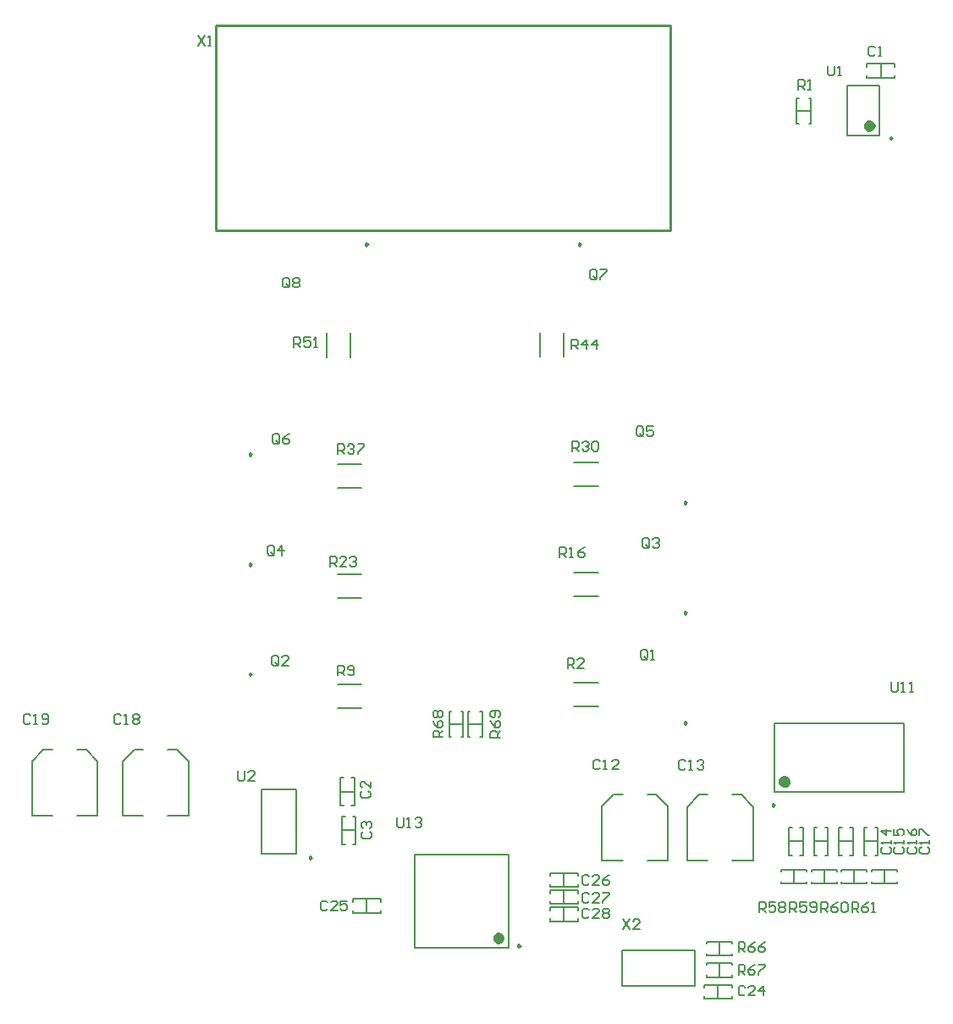
<source format=gto>
%FSLAX23Y23*%
%MOIN*%
%SFA1B1*%

%IPPOS*%
%ADD10C,0.009840*%
%ADD11C,0.023620*%
%ADD12C,0.007870*%
%ADD13C,0.005910*%
%ADD14C,0.010000*%
%LNrev1_0-1*%
%LPD*%
G54D10*
X3256Y826D02*
X3248Y830D01*
Y822*
X3256Y826*
X1194Y1773D02*
X1187Y1777D01*
Y1769*
X1194Y1773*
Y1340D02*
X1187Y1344D01*
Y1336*
X1194Y1340*
X2909Y1150D02*
X2902Y1154D01*
Y1145*
X2909Y1150*
Y1583D02*
X2902Y1587D01*
Y1578*
X2909Y1583*
Y2016D02*
X2902Y2020D01*
Y2012*
X2909Y2016*
X2491Y3033D02*
X2484Y3037D01*
Y3029*
X2491Y3033*
X1194Y2206D02*
X1187Y2210D01*
Y2202*
X1194Y2206*
X1653Y3033D02*
X1645Y3037D01*
Y3029*
X1653Y3033*
X2254Y272D02*
X2246Y276D01*
Y268*
X2254Y272*
X3717Y3451D02*
X3710Y3455D01*
Y3446*
X3717Y3451*
X1431Y619D02*
X1424Y623D01*
Y615*
X1431Y619*
G54D11*
X3305Y918D02*
X3300Y928D01*
X3290Y930*
X3282Y924*
Y913*
X3290Y907*
X3300Y909*
X3305Y918*
X2179Y303D02*
X2175Y312D01*
X2165Y314*
X2157Y308*
Y297*
X2165Y291*
X2175Y293*
X2179Y303*
X3640Y3500D02*
X3636Y3509D01*
X3626Y3512*
X3618Y3505*
Y3495*
X3626Y3489*
X3636Y3491*
X3640Y3500*
G54D12*
X3253Y879D02*
X3765D01*
X3253Y1147D02*
X3765D01*
X3253Y879D02*
Y1147D01*
X3765Y879D02*
Y1147D01*
X1533Y1640D02*
X1627D01*
X1533Y1735D02*
X1627D01*
X1533Y1207D02*
X1627D01*
X1533Y1302D02*
X1627D01*
X2575Y606D02*
Y820D01*
Y606D02*
X2657D01*
X2753D02*
X2835D01*
Y820*
X2622Y866D02*
X2657D01*
X2575Y820D02*
X2622Y866D01*
X2788D02*
X2835Y820D01*
X2753Y866D02*
X2788D01*
X2466Y1309D02*
X2561D01*
X2466Y1215D02*
X2561D01*
X2466Y1742D02*
X2561D01*
X2466Y1648D02*
X2561D01*
X2466Y2175D02*
X2561D01*
X2466Y2081D02*
X2561D01*
X2332Y2591D02*
Y2685D01*
X2426Y2591D02*
Y2685D01*
X1533Y2073D02*
X1627D01*
X1533Y2168D02*
X1627D01*
X1491Y2589D02*
Y2684D01*
X1586Y2589D02*
Y2684D01*
X508Y1045D02*
X543D01*
X589Y998*
X330D02*
X376Y1045D01*
X411*
X589Y785D02*
Y998D01*
X508Y785D02*
X589D01*
X330D02*
X411D01*
X330D02*
Y998D01*
X865Y1045D02*
X900D01*
X947Y998*
X687D02*
X734Y1045D01*
X769*
X947Y785D02*
Y998D01*
X865Y785D02*
X947D01*
X687D02*
X769D01*
X687D02*
Y998D01*
X3088Y866D02*
X3123D01*
X3170Y819*
X2910D02*
X2957Y866D01*
X2992*
X3170Y606D02*
Y819D01*
X3088Y606D02*
X3170D01*
X2910D02*
X2992D01*
X2910D02*
Y819D01*
X2940Y114D02*
Y254D01*
X2655D02*
X2940D01*
X2655Y114D02*
Y254D01*
Y114D02*
X2940D01*
X2207Y263D02*
Y631D01*
X1838Y263D02*
Y631D01*
Y263D02*
X2207D01*
X1838Y631D02*
X2207D01*
X3542Y3658D02*
X3668D01*
X3542Y3461D02*
X3668D01*
X3542D02*
Y3658D01*
X3668Y3461D02*
Y3658D01*
X1233Y633D02*
Y889D01*
X1371*
Y633D02*
Y887D01*
X1233Y633D02*
X1371D01*
X2176Y1091D02*
X2136D01*
Y1111*
X2143Y1118*
X2156*
X2163Y1111*
Y1091*
Y1104D02*
X2176Y1118D01*
X2136Y1157D02*
X2143Y1144D01*
X2156Y1131*
X2169*
X2176Y1137*
Y1150*
X2169Y1157*
X2163*
X2156Y1150*
Y1131*
X2169Y1170D02*
X2176Y1177D01*
Y1190*
X2169Y1196*
X2143*
X2136Y1190*
Y1177*
X2143Y1170*
X2150*
X2156Y1177*
Y1196*
X1949Y1093D02*
X1910D01*
Y1112*
X1916Y1119*
X1929*
X1936Y1112*
Y1093*
Y1106D02*
X1949Y1119D01*
X1910Y1158D02*
X1916Y1145D01*
X1929Y1132*
X1942*
X1949Y1139*
Y1152*
X1942Y1158*
X1936*
X1929Y1152*
Y1132*
X1916Y1171D02*
X1910Y1178D01*
Y1191*
X1916Y1198*
X1923*
X1929Y1191*
X1936Y1198*
X1942*
X1949Y1191*
Y1178*
X1942Y1171*
X1936*
X1929Y1178*
X1923Y1171*
X1916*
X1929Y1178D02*
Y1191D01*
X3650Y3806D02*
X3644Y3812D01*
X3630*
X3624Y3806*
Y3780*
X3630Y3773*
X3644*
X3650Y3780*
X3663Y3773D02*
X3676D01*
X3670*
Y3812*
X3663Y3806*
X324Y1177D02*
X317Y1184D01*
X304*
X298Y1177*
Y1151*
X304Y1145*
X317*
X324Y1151*
X337Y1145D02*
X350D01*
X343*
Y1184*
X337Y1177*
X370Y1151D02*
X376Y1145D01*
X389*
X396Y1151*
Y1177*
X389Y1184*
X376*
X370Y1177*
Y1171*
X376Y1164*
X396*
X2904Y998D02*
X2898Y1005D01*
X2885*
X2878Y998*
Y972*
X2885Y965*
X2898*
X2904Y972*
X2917Y965D02*
X2930D01*
X2924*
Y1005*
X2917Y998*
X2950D02*
X2957Y1005D01*
X2970*
X2976Y998*
Y992*
X2970Y985*
X2963*
X2970*
X2976Y979*
Y972*
X2970Y965*
X2957*
X2950Y972*
X681Y1177D02*
X674Y1184D01*
X661*
X655Y1177*
Y1151*
X661Y1145*
X674*
X681Y1151*
X694Y1145D02*
X707D01*
X700*
Y1184*
X694Y1177*
X727D02*
X733Y1184D01*
X746*
X753Y1177*
Y1171*
X746Y1164*
X753Y1158*
Y1151*
X746Y1145*
X733*
X727Y1151*
Y1158*
X733Y1164*
X727Y1171*
Y1177*
X733Y1164D02*
X746D01*
X2569Y998D02*
X2562Y1005D01*
X2549*
X2542Y998*
Y972*
X2549Y966*
X2562*
X2569Y972*
X2582Y966D02*
X2595D01*
X2588*
Y1005*
X2582Y998*
X2641Y966D02*
X2615D01*
X2641Y992*
Y998*
X2634Y1005*
X2621*
X2615Y998*
X984Y3853D02*
X1010Y3813D01*
Y3853D02*
X984Y3813D01*
X1023D02*
X1036D01*
X1030*
Y3853*
X1023Y3846*
X2658Y376D02*
X2684Y337D01*
Y376D02*
X2658Y337D01*
X2723D02*
X2697D01*
X2723Y363*
Y369*
X2717Y376*
X2703*
X2697Y369*
X1768Y777D02*
Y744D01*
X1774Y738*
X1787*
X1794Y744*
Y777*
X1807Y738D02*
X1820D01*
X1813*
Y777*
X1807Y770*
X1840D02*
X1846Y777D01*
X1859*
X1866Y770*
Y764*
X1859Y757*
X1853*
X1859*
X1866Y751*
Y744*
X1859Y738*
X1846*
X1840Y744*
X3466Y3735D02*
Y3703D01*
X3472Y3696*
X3486*
X3492Y3703*
Y3735*
X3505Y3696D02*
X3518D01*
X3512*
Y3735*
X3505Y3729*
X1142Y960D02*
Y928D01*
X1148Y921*
X1162*
X1168Y928*
Y960*
X1207Y921D02*
X1181D01*
X1207Y947*
Y954*
X1201Y960*
X1188*
X1181Y954*
X3716Y1311D02*
Y1278D01*
X3722Y1272*
X3735*
X3742Y1278*
Y1311*
X3755Y1272D02*
X3768D01*
X3762*
Y1311*
X3755Y1305*
X3788Y1272D02*
X3801D01*
X3795*
Y1311*
X3788Y1305*
X3113Y159D02*
Y199D01*
X3133*
X3139Y192*
Y179*
X3133Y172*
X3113*
X3126D02*
X3139Y159D01*
X3178Y199D02*
X3165Y192D01*
X3152Y179*
Y166*
X3159Y159*
X3172*
X3178Y166*
Y172*
X3172Y179*
X3152*
X3192Y199D02*
X3218D01*
Y192*
X3192Y166*
Y159*
X3113Y247D02*
Y286D01*
X3133*
X3139Y279*
Y266*
X3133Y260*
X3113*
X3126D02*
X3139Y247D01*
X3178Y286D02*
X3165Y279D01*
X3152Y266*
Y253*
X3159Y247*
X3172*
X3178Y253*
Y260*
X3172Y266*
X3152*
X3218Y286D02*
X3205Y279D01*
X3192Y266*
Y253*
X3198Y247*
X3211*
X3218Y253*
Y260*
X3211Y266*
X3192*
X3347Y3641D02*
Y3680D01*
X3367*
X3373Y3674*
Y3661*
X3367Y3654*
X3347*
X3360D02*
X3373Y3641D01*
X3386D02*
X3399D01*
X3393*
Y3680*
X3386Y3674*
X1362Y2627D02*
Y2666D01*
X1382*
X1389Y2659*
Y2646*
X1382Y2640*
X1362*
X1375D02*
X1389Y2627D01*
X1428Y2666D02*
X1402D01*
Y2646*
X1415Y2653*
X1421*
X1428Y2646*
Y2633*
X1421Y2627*
X1408*
X1402Y2633*
X1441Y2627D02*
X1454D01*
X1448*
Y2666*
X1441Y2659*
X2456Y2620D02*
Y2659D01*
X2476*
X2482Y2652*
Y2639*
X2476Y2633*
X2456*
X2469D02*
X2482Y2620D01*
X2515D02*
Y2659D01*
X2495Y2639*
X2521*
X2554Y2620D02*
Y2659D01*
X2535Y2639*
X2561*
X1534Y2207D02*
Y2246D01*
X1554*
X1560Y2239*
Y2226*
X1554Y2220*
X1534*
X1547D02*
X1560Y2207D01*
X1573Y2239D02*
X1580Y2246D01*
X1593*
X1599Y2239*
Y2233*
X1593Y2226*
X1586*
X1593*
X1599Y2220*
Y2213*
X1593Y2207*
X1580*
X1573Y2213*
X1613Y2246D02*
X1639D01*
Y2239*
X1613Y2213*
Y2207*
X2457Y2219D02*
Y2258D01*
X2477*
X2484Y2252*
Y2239*
X2477Y2232*
X2457*
X2470D02*
X2484Y2219D01*
X2497Y2252D02*
X2503Y2258D01*
X2516*
X2523Y2252*
Y2245*
X2516Y2239*
X2510*
X2516*
X2523Y2232*
Y2226*
X2516Y2219*
X2503*
X2497Y2226*
X2536Y2252D02*
X2543Y2258D01*
X2556*
X2562Y2252*
Y2226*
X2556Y2219*
X2543*
X2536Y2226*
Y2252*
X1503Y1765D02*
Y1804D01*
X1523*
X1530Y1797*
Y1784*
X1523Y1778*
X1503*
X1517D02*
X1530Y1765D01*
X1569D02*
X1543D01*
X1569Y1791*
Y1797*
X1562Y1804*
X1549*
X1543Y1797*
X1582D02*
X1589Y1804D01*
X1602*
X1608Y1797*
Y1791*
X1602Y1784*
X1595*
X1602*
X1608Y1778*
Y1771*
X1602Y1765*
X1589*
X1582Y1771*
X2409Y1802D02*
Y1841D01*
X2429*
X2435Y1834*
Y1821*
X2429Y1815*
X2409*
X2422D02*
X2435Y1802D01*
X2448D02*
X2462D01*
X2455*
Y1841*
X2448Y1834*
X2508Y1841D02*
X2494Y1834D01*
X2481Y1821*
Y1808*
X2488Y1802*
X2501*
X2508Y1808*
Y1815*
X2501Y1821*
X2481*
X1534Y1336D02*
Y1375D01*
X1553*
X1560Y1369*
Y1356*
X1553Y1349*
X1534*
X1547D02*
X1560Y1336D01*
X1573Y1342D02*
X1580Y1336D01*
X1593*
X1599Y1342*
Y1369*
X1593Y1375*
X1580*
X1573Y1369*
Y1362*
X1580Y1356*
X1599*
X2440Y1364D02*
Y1403D01*
X2459*
X2466Y1396*
Y1383*
X2459Y1377*
X2440*
X2453D02*
X2466Y1364D01*
X2505D02*
X2479D01*
X2505Y1390*
Y1396*
X2499Y1403*
X2486*
X2479Y1396*
X3560Y405D02*
Y444D01*
X3580*
X3586Y438*
Y425*
X3580Y418*
X3560*
X3573D02*
X3586Y405D01*
X3626Y444D02*
X3613Y438D01*
X3599Y425*
Y411*
X3606Y405*
X3619*
X3626Y411*
Y418*
X3619Y425*
X3599*
X3639Y405D02*
X3652D01*
X3645*
Y444*
X3639Y438*
X3438Y405D02*
Y444D01*
X3458*
X3464Y438*
Y425*
X3458Y418*
X3438*
X3451D02*
X3464Y405D01*
X3504Y444D02*
X3490Y438D01*
X3477Y425*
Y411*
X3484Y405*
X3497*
X3504Y411*
Y418*
X3497Y425*
X3477*
X3517Y438D02*
X3523Y444D01*
X3536*
X3543Y438*
Y411*
X3536Y405*
X3523*
X3517Y411*
Y438*
X3316Y405D02*
Y444D01*
X3335*
X3342Y438*
Y425*
X3335Y418*
X3316*
X3329D02*
X3342Y405D01*
X3381Y444D02*
X3355D01*
Y425*
X3368Y431*
X3375*
X3381Y425*
Y411*
X3375Y405*
X3362*
X3355Y411*
X3394D02*
X3401Y405D01*
X3414*
X3421Y411*
Y438*
X3414Y444*
X3401*
X3394Y438*
Y431*
X3401Y425*
X3421*
X3193Y405D02*
Y444D01*
X3213*
X3220Y438*
Y425*
X3213Y418*
X3193*
X3206D02*
X3220Y405D01*
X3259Y444D02*
X3233D01*
Y425*
X3246Y431*
X3252*
X3259Y425*
Y411*
X3252Y405*
X3239*
X3233Y411*
X3272Y438D02*
X3279Y444D01*
X3292*
X3298Y438*
Y431*
X3292Y425*
X3298Y418*
Y411*
X3292Y405*
X3279*
X3272Y411*
Y418*
X3279Y425*
X3272Y431*
Y438*
X3279Y425D02*
X3292D01*
X1344Y2869D02*
Y2895D01*
X1338Y2902*
X1325*
X1318Y2895*
Y2869*
X1325Y2863*
X1338*
X1331Y2876D02*
X1344Y2863D01*
X1338D02*
X1344Y2869D01*
X1357Y2895D02*
X1364Y2902D01*
X1377*
X1384Y2895*
Y2889*
X1377Y2882*
X1384Y2876*
Y2869*
X1377Y2863*
X1364*
X1357Y2869*
Y2876*
X1364Y2882*
X1357Y2889*
Y2895*
X1364Y2882D02*
X1377D01*
X2555Y2902D02*
Y2928D01*
X2548Y2935*
X2535*
X2529Y2928*
Y2902*
X2535Y2895*
X2548*
X2542Y2909D02*
X2555Y2895D01*
X2548D02*
X2555Y2902D01*
X2568Y2935D02*
X2594D01*
Y2928*
X2568Y2902*
Y2895*
X1305Y2255D02*
Y2281D01*
X1298Y2288*
X1285*
X1278Y2281*
Y2255*
X1285Y2248*
X1298*
X1291Y2262D02*
X1305Y2248D01*
X1298D02*
X1305Y2255D01*
X1344Y2288D02*
X1331Y2281D01*
X1318Y2268*
Y2255*
X1324Y2248*
X1337*
X1344Y2255*
Y2262*
X1337Y2268*
X1318*
X2738Y2283D02*
Y2309D01*
X2731Y2316*
X2718*
X2711Y2309*
Y2283*
X2718Y2276*
X2731*
X2725Y2289D02*
X2738Y2276D01*
X2731D02*
X2738Y2283D01*
X2777Y2316D02*
X2751D01*
Y2296*
X2764Y2302*
X2770*
X2777Y2296*
Y2283*
X2770Y2276*
X2757*
X2751Y2283*
X1283Y1816D02*
Y1842D01*
X1277Y1849*
X1264*
X1257Y1842*
Y1816*
X1264Y1809*
X1277*
X1270Y1822D02*
X1283Y1809D01*
X1277D02*
X1283Y1816D01*
X1316Y1809D02*
Y1849D01*
X1297Y1829*
X1323*
X2761Y1844D02*
Y1871D01*
X2754Y1877*
X2741*
X2734Y1871*
Y1844*
X2741Y1838*
X2754*
X2747Y1851D02*
X2761Y1838D01*
X2754D02*
X2761Y1844D01*
X2774Y1871D02*
X2780Y1877D01*
X2793*
X2800Y1871*
Y1864*
X2793Y1858*
X2787*
X2793*
X2800Y1851*
Y1844*
X2793Y1838*
X2780*
X2774Y1844*
X1301Y1380D02*
Y1407D01*
X1294Y1413*
X1281*
X1275Y1407*
Y1380*
X1281Y1374*
X1294*
X1288Y1387D02*
X1301Y1374D01*
X1294D02*
X1301Y1380D01*
X1340Y1374D02*
X1314D01*
X1340Y1400*
Y1407*
X1334Y1413*
X1321*
X1314Y1407*
X2755Y1406D02*
Y1432D01*
X2748Y1438*
X2735*
X2729Y1432*
Y1406*
X2735Y1399*
X2748*
X2742Y1412D02*
X2755Y1399D01*
X2748D02*
X2755Y1406D01*
X2768Y1399D02*
X2781D01*
X2774*
Y1438*
X2768Y1432*
X2525Y413D02*
X2518Y419D01*
X2505*
X2498Y413*
Y386*
X2505Y380*
X2518*
X2525Y386*
X2564Y380D02*
X2538D01*
X2564Y406*
Y413*
X2557Y419*
X2544*
X2538Y413*
X2577D02*
X2584Y419D01*
X2597*
X2603Y413*
Y406*
X2597Y400*
X2603Y393*
Y386*
X2597Y380*
X2584*
X2577Y386*
Y393*
X2584Y400*
X2577Y406*
Y413*
X2584Y400D02*
X2597D01*
X2525Y475D02*
X2518Y482D01*
X2505*
X2498Y475*
Y449*
X2505Y442*
X2518*
X2525Y449*
X2564Y442D02*
X2538D01*
X2564Y469*
Y475*
X2557Y482*
X2544*
X2538Y475*
X2577Y482D02*
X2603D01*
Y475*
X2577Y449*
Y442*
X2525Y545D02*
X2518Y552D01*
X2505*
X2498Y545*
Y519*
X2505Y512*
X2518*
X2525Y519*
X2564Y512D02*
X2538D01*
X2564Y539*
Y545*
X2557Y552*
X2544*
X2538Y545*
X2603Y552D02*
X2590Y545D01*
X2577Y532*
Y519*
X2584Y512*
X2597*
X2603Y519*
Y526*
X2597Y532*
X2577*
X1493Y443D02*
X1487Y449D01*
X1474*
X1467Y443*
Y417*
X1474Y410*
X1487*
X1493Y417*
X1533Y410D02*
X1507D01*
X1533Y436*
Y443*
X1526Y449*
X1513*
X1507Y443*
X1572Y449D02*
X1546D01*
Y430*
X1559Y436*
X1566*
X1572Y430*
Y417*
X1566Y410*
X1552*
X1546Y417*
X3139Y109D02*
X3133Y115D01*
X3119*
X3113Y109*
Y82*
X3119Y76*
X3133*
X3139Y82*
X3178Y76D02*
X3152D01*
X3178Y102*
Y109*
X3172Y115*
X3159*
X3152Y109*
X3211Y76D02*
Y115D01*
X3192Y95*
X3218*
X1635Y721D02*
X1629Y714D01*
Y701*
X1635Y695*
X1662*
X1668Y701*
Y714*
X1662Y721*
X1635Y734D02*
X1629Y741D01*
Y754*
X1635Y760*
X1642*
X1649Y754*
Y747*
Y754*
X1655Y760*
X1662*
X1668Y754*
Y741*
X1662Y734*
X1630Y880D02*
X1623Y873D01*
Y860*
X1630Y854*
X1656*
X1663Y860*
Y873*
X1656Y880*
X1663Y919D02*
Y893D01*
X1637Y919*
X1630*
X1623Y913*
Y900*
X1630Y893*
X3833Y660D02*
X3826Y653D01*
Y640*
X3833Y634*
X3859*
X3866Y640*
Y653*
X3859Y660*
X3866Y673D02*
Y686D01*
Y679*
X3826*
X3833Y673*
X3826Y706D02*
Y732D01*
X3833*
X3859Y706*
X3866*
X3783Y660D02*
X3777Y653D01*
Y640*
X3783Y634*
X3809*
X3816Y640*
Y653*
X3809Y660*
X3816Y673D02*
Y686D01*
Y679*
X3777*
X3783Y673*
X3777Y732D02*
X3783Y719D01*
X3796Y706*
X3809*
X3816Y712*
Y725*
X3809Y732*
X3803*
X3796Y725*
Y706*
X3732Y660D02*
X3725Y653D01*
Y640*
X3732Y634*
X3758*
X3765Y640*
Y653*
X3758Y660*
X3765Y673D02*
Y686D01*
Y679*
X3725*
X3732Y673*
X3725Y732D02*
Y706D01*
X3745*
X3739Y719*
Y725*
X3745Y732*
X3758*
X3765Y725*
Y712*
X3758Y706*
X3681Y660D02*
X3674Y653D01*
Y640*
X3681Y634*
X3707*
X3713Y640*
Y653*
X3707Y660*
X3713Y673D02*
Y686D01*
Y679*
X3674*
X3681Y673*
X3713Y725D02*
X3674D01*
X3694Y706*
Y732*
G54D13*
X2021Y1094D02*
X2028D01*
Y1194*
X2021D02*
X2028D01*
X1973D02*
X1981D01*
X1973Y1094D02*
Y1194D01*
Y1094D02*
X1981D01*
X1973Y1144D02*
X2028D01*
X2049Y1194D02*
X2056D01*
X2049Y1094D02*
Y1194D01*
Y1094D02*
X2056D01*
X2096D02*
X2104D01*
Y1194*
X2096D02*
X2104D01*
X2049Y1144D02*
X2104D01*
X1546Y934D02*
X1557D01*
X1546Y823D02*
Y934D01*
Y823D02*
X1557D01*
X1589D02*
X1601D01*
Y934*
X1589D02*
X1601D01*
X1546Y878D02*
X1601D01*
X1594Y671D02*
X1606D01*
Y781*
X1594D02*
X1606D01*
X1551D02*
X1563D01*
X1551Y671D02*
Y781D01*
Y671D02*
X1563D01*
X1551Y726D02*
X1606D01*
X1594Y400D02*
Y412D01*
Y400D02*
X1704D01*
Y412*
Y444D02*
Y456D01*
X1594D02*
X1704D01*
X1594Y444D02*
Y456D01*
X1649Y400D02*
Y456D01*
X2481Y547D02*
Y558D01*
X2370D02*
X2481D01*
X2370Y547D02*
Y558D01*
Y503D02*
Y515D01*
Y503D02*
X2481D01*
Y515*
X2426Y503D02*
Y558D01*
X2481Y479D02*
Y491D01*
X2370D02*
X2481D01*
X2370Y479D02*
Y491D01*
Y436D02*
Y447D01*
Y436D02*
X2481D01*
Y447*
X2426Y436D02*
Y491D01*
X2481Y411D02*
Y423D01*
X2370D02*
X2481D01*
X2370Y411D02*
Y423D01*
Y368D02*
Y380D01*
Y368D02*
X2481D01*
Y380*
X2426Y368D02*
Y423D01*
X3037Y233D02*
Y288D01*
X2987Y281D02*
Y288D01*
X3087*
Y281D02*
Y288D01*
Y233D02*
Y241D01*
X2987Y233D02*
X3087D01*
X2987D02*
Y241D01*
X3037Y148D02*
Y203D01*
X2987Y196D02*
Y203D01*
X3087*
Y196D02*
Y203D01*
Y148D02*
Y156D01*
X2987Y148D02*
X3087D01*
X2987D02*
Y156D01*
X2977Y63D02*
Y75D01*
Y63D02*
X3087D01*
Y75*
Y107D02*
Y119D01*
X2977D02*
X3087D01*
X2977Y107D02*
Y119D01*
X3032Y63D02*
Y119D01*
X3637Y517D02*
Y525D01*
Y517D02*
X3737D01*
Y525*
Y565D02*
Y572D01*
X3637D02*
X3737D01*
X3637Y565D02*
Y572D01*
X3687Y517D02*
Y572D01*
X3519Y517D02*
Y525D01*
Y517D02*
X3619D01*
Y525*
Y565D02*
Y572D01*
X3519D02*
X3619D01*
X3519Y565D02*
Y572D01*
X3569Y517D02*
Y572D01*
X3607Y684D02*
X3662D01*
X3607Y629D02*
X3619D01*
X3607D02*
Y739D01*
X3619*
X3650D02*
X3662D01*
Y629D02*
Y739D01*
X3650Y629D02*
X3662D01*
X3509Y684D02*
X3564D01*
X3509Y629D02*
X3521D01*
X3509D02*
Y739D01*
X3521*
X3552D02*
X3564D01*
Y629D02*
Y739D01*
X3552Y629D02*
X3564D01*
X3411Y684D02*
X3466D01*
X3411Y629D02*
X3422D01*
X3411D02*
Y739D01*
X3422*
X3454D02*
X3466D01*
Y629D02*
Y739D01*
X3454Y629D02*
X3466D01*
X3401Y517D02*
Y525D01*
Y517D02*
X3501D01*
Y525*
Y565D02*
Y572D01*
X3401D02*
X3501D01*
X3401Y565D02*
Y572D01*
X3451Y517D02*
Y572D01*
X3282Y517D02*
Y525D01*
Y517D02*
X3382D01*
Y525*
Y565D02*
Y572D01*
X3282D02*
X3382D01*
X3282Y565D02*
Y572D01*
X3332Y517D02*
Y572D01*
X3312Y684D02*
X3367D01*
X3312Y629D02*
X3324D01*
X3312D02*
Y739D01*
X3324*
X3356D02*
X3367D01*
Y629D02*
Y739D01*
X3356Y629D02*
X3367D01*
X3619Y3687D02*
Y3699D01*
Y3687D02*
X3729D01*
Y3699*
Y3731D02*
Y3743D01*
X3619D02*
X3729D01*
X3619Y3731D02*
Y3743D01*
X3674Y3687D02*
Y3743D01*
X3390Y3509D02*
X3397D01*
Y3609*
X3390D02*
X3397D01*
X3342D02*
X3350D01*
X3342Y3509D02*
Y3609D01*
Y3509D02*
X3350D01*
X3342Y3559D02*
X3397D01*
G54D14*
X2846Y3088D02*
Y3893D01*
X1056D02*
X2846D01*
X1056Y3088D02*
Y3893D01*
Y3088D02*
X2846D01*
M02*
</source>
